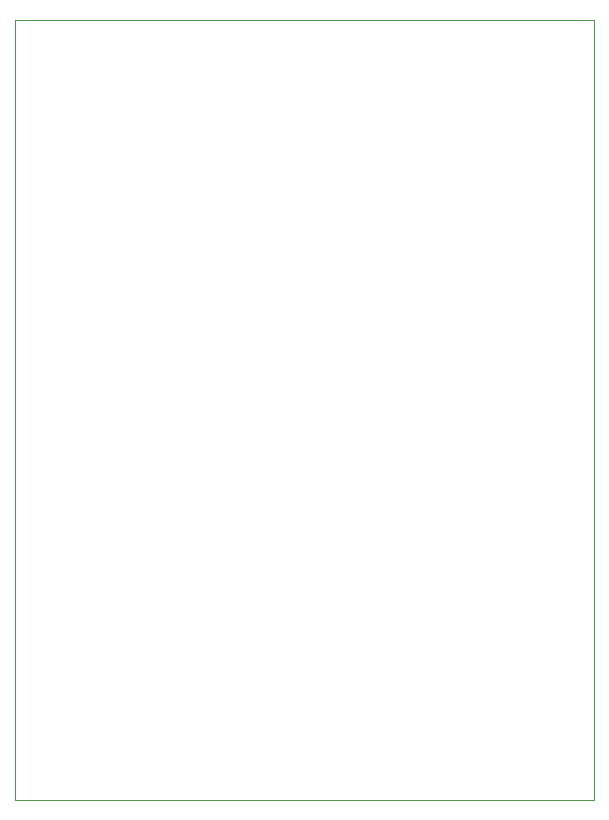
<source format=gm1>
G04 #@! TF.FileFunction,Profile,NP*
%FSLAX46Y46*%
G04 Gerber Fmt 4.6, Leading zero omitted, Abs format (unit mm)*
G04 Created by KiCad (PCBNEW 4.0.2+dfsg1-stable) date ti. 12. des. 2017 kl. 16.44 +0100*
%MOMM*%
G01*
G04 APERTURE LIST*
%ADD10C,0.100000*%
G04 APERTURE END LIST*
D10*
X136000000Y-68000000D02*
X185000000Y-68000000D01*
X185000000Y-68000000D02*
X185000000Y-134000000D01*
X136000000Y-134000000D02*
X136000000Y-68000000D01*
X185000000Y-134000000D02*
X136000000Y-134000000D01*
M02*

</source>
